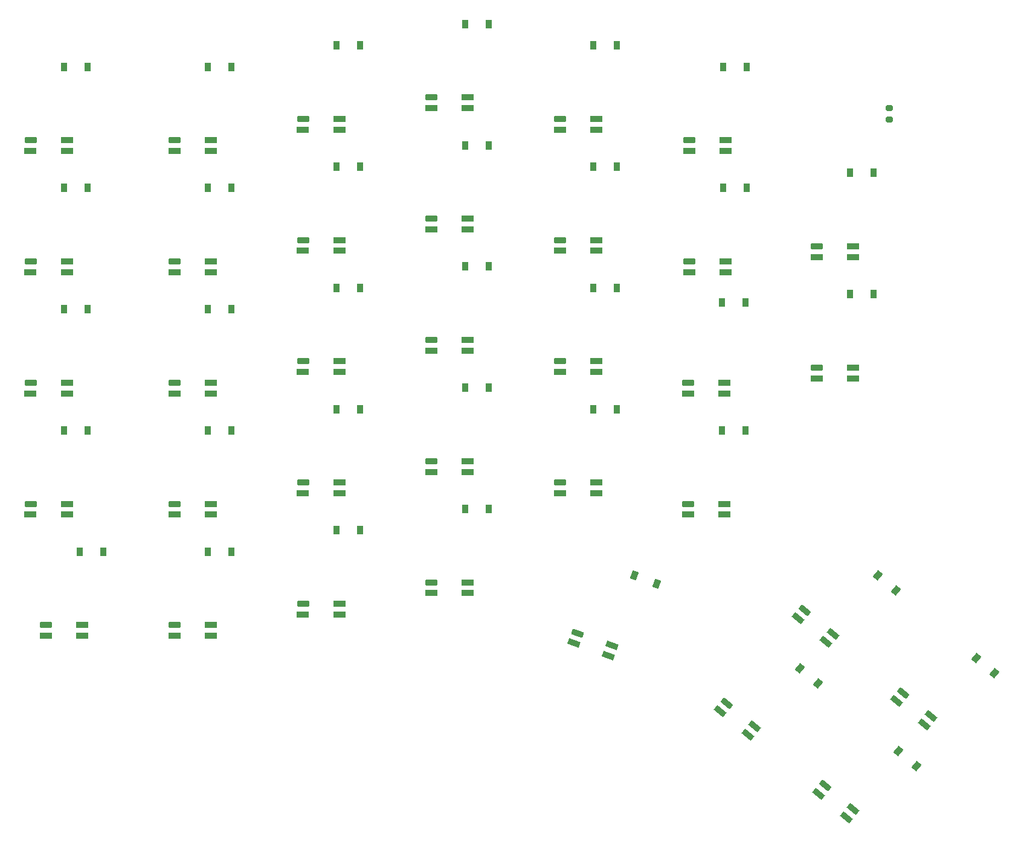
<source format=gtp>
G04 #@! TF.GenerationSoftware,KiCad,Pcbnew,(6.0.5)*
G04 #@! TF.CreationDate,2022-06-20T01:21:13+02:00*
G04 #@! TF.ProjectId,LPKeyboard,4c504b65-7962-46f6-9172-642e6b696361,rev?*
G04 #@! TF.SameCoordinates,Original*
G04 #@! TF.FileFunction,Paste,Top*
G04 #@! TF.FilePolarity,Positive*
%FSLAX46Y46*%
G04 Gerber Fmt 4.6, Leading zero omitted, Abs format (unit mm)*
G04 Created by KiCad (PCBNEW (6.0.5)) date 2022-06-20 01:21:13*
%MOMM*%
%LPD*%
G01*
G04 APERTURE LIST*
G04 Aperture macros list*
%AMRoundRect*
0 Rectangle with rounded corners*
0 $1 Rounding radius*
0 $2 $3 $4 $5 $6 $7 $8 $9 X,Y pos of 4 corners*
0 Add a 4 corners polygon primitive as box body*
4,1,4,$2,$3,$4,$5,$6,$7,$8,$9,$2,$3,0*
0 Add four circle primitives for the rounded corners*
1,1,$1+$1,$2,$3*
1,1,$1+$1,$4,$5*
1,1,$1+$1,$6,$7*
1,1,$1+$1,$8,$9*
0 Add four rect primitives between the rounded corners*
20,1,$1+$1,$2,$3,$4,$5,0*
20,1,$1+$1,$4,$5,$6,$7,0*
20,1,$1+$1,$6,$7,$8,$9,0*
20,1,$1+$1,$8,$9,$2,$3,0*%
%AMRotRect*
0 Rectangle, with rotation*
0 The origin of the aperture is its center*
0 $1 length*
0 $2 width*
0 $3 Rotation angle, in degrees counterclockwise*
0 Add horizontal line*
21,1,$1,$2,0,0,$3*%
G04 Aperture macros list end*
%ADD10R,1.700000X0.820000*%
%ADD11RoundRect,0.205000X-0.645000X-0.205000X0.645000X-0.205000X0.645000X0.205000X-0.645000X0.205000X0*%
%ADD12R,0.900000X1.200000*%
%ADD13RotRect,0.900000X1.200000X140.000000*%
%ADD14RotRect,0.900000X1.200000X160.000000*%
%ADD15RotRect,1.700000X0.820000X320.000000*%
%ADD16RoundRect,0.205000X-0.625870X0.257559X0.362327X-0.571637X0.625870X-0.257559X-0.362327X0.571637X0*%
%ADD17RotRect,1.700000X0.820000X340.000000*%
%ADD18RoundRect,0.205000X-0.676216X0.027966X0.535988X-0.413240X0.676216X-0.027966X-0.535988X0.413240X0*%
%ADD19RoundRect,0.200000X0.275000X-0.200000X0.275000X0.200000X-0.275000X0.200000X-0.275000X-0.200000X0*%
G04 APERTURE END LIST*
D10*
X49960000Y-64529800D03*
D11*
X44870000Y-64529800D03*
D10*
X44860000Y-66029800D03*
X49960000Y-66029800D03*
X142147500Y-98527400D03*
D11*
X137057500Y-98527400D03*
D10*
X137047500Y-100027400D03*
X142147500Y-100027400D03*
X124147500Y-95529800D03*
D11*
X119057500Y-95529800D03*
D10*
X119047500Y-97029800D03*
X124147500Y-97029800D03*
D12*
X91049127Y-68231064D03*
X87749127Y-68231064D03*
D10*
X88147500Y-61529800D03*
D11*
X83057500Y-61529800D03*
D10*
X83047500Y-63029800D03*
X88147500Y-63029800D03*
D13*
X169020276Y-152295887D03*
X166492330Y-150174687D03*
D14*
X132601361Y-126716500D03*
X129500375Y-125587834D03*
D10*
X49960000Y-98529800D03*
D11*
X44870000Y-98529800D03*
D10*
X44860000Y-100029800D03*
X49960000Y-100029800D03*
D12*
X52861627Y-105231064D03*
X49561627Y-105231064D03*
D10*
X160147500Y-79404800D03*
D11*
X155057500Y-79404800D03*
D10*
X155047500Y-80904800D03*
X160147500Y-80904800D03*
D12*
X52861627Y-71231064D03*
X49561627Y-71231064D03*
D13*
X155231477Y-140725711D03*
X152703531Y-138604511D03*
D10*
X142147500Y-115529800D03*
D11*
X137057500Y-115529800D03*
D10*
X137047500Y-117029800D03*
X142147500Y-117029800D03*
D12*
X91049127Y-102231064D03*
X87749127Y-102231064D03*
X73049127Y-105231064D03*
X69749127Y-105231064D03*
X55049127Y-122231064D03*
X51749127Y-122231064D03*
X91049127Y-51231064D03*
X87749127Y-51231064D03*
D10*
X88147500Y-78529800D03*
D11*
X83057500Y-78529800D03*
D10*
X83047500Y-80029800D03*
X88147500Y-80029800D03*
X70147500Y-115529800D03*
D11*
X65057500Y-115529800D03*
D10*
X65047500Y-117029800D03*
X70147500Y-117029800D03*
X70147500Y-64529800D03*
D11*
X65057500Y-64529800D03*
D10*
X65047500Y-66029800D03*
X70147500Y-66029800D03*
X106147500Y-92529800D03*
D11*
X101057500Y-92529800D03*
D10*
X101047500Y-94029800D03*
X106147500Y-94029800D03*
D15*
X157307439Y-133717832D03*
D16*
X153408273Y-130446043D03*
D15*
X152436431Y-131588682D03*
X156343258Y-134866899D03*
D12*
X73049127Y-88231064D03*
X69749127Y-88231064D03*
X145199127Y-54231064D03*
X141899127Y-54231064D03*
X109049127Y-116231064D03*
X105749127Y-116231064D03*
X109049127Y-99231064D03*
X105749127Y-99231064D03*
X73049127Y-122231064D03*
X69749127Y-122231064D03*
X163049127Y-69106064D03*
X159749127Y-69106064D03*
X127049127Y-102231064D03*
X123749127Y-102231064D03*
D10*
X124147500Y-112529800D03*
D11*
X119057500Y-112529800D03*
D10*
X119047500Y-114029800D03*
X124147500Y-114029800D03*
X88147500Y-112529800D03*
D11*
X83057500Y-112529800D03*
D10*
X83047500Y-114029800D03*
X88147500Y-114029800D03*
X106147500Y-126529800D03*
D11*
X101057500Y-126529800D03*
D10*
X101047500Y-128029800D03*
X106147500Y-128029800D03*
X106147500Y-109529800D03*
D11*
X101057500Y-109529800D03*
D10*
X101047500Y-111029800D03*
X106147500Y-111029800D03*
X52147500Y-132529800D03*
D11*
X47057500Y-132529800D03*
D10*
X47047500Y-134029800D03*
X52147500Y-134029800D03*
X49960000Y-81529800D03*
D11*
X44870000Y-81529800D03*
D10*
X44860000Y-83029800D03*
X49960000Y-83029800D03*
D12*
X52861627Y-88231064D03*
X49561627Y-88231064D03*
D15*
X146380050Y-146740589D03*
D16*
X142480884Y-143468800D03*
D15*
X141509042Y-144611439D03*
X145415869Y-147889656D03*
D10*
X70147500Y-81529800D03*
D11*
X65057500Y-81529800D03*
D10*
X65047500Y-83029800D03*
X70147500Y-83029800D03*
D12*
X73049127Y-54231064D03*
X69749127Y-54231064D03*
X73049127Y-71231064D03*
X69749127Y-71231064D03*
X127049127Y-68231064D03*
X123749127Y-68231064D03*
D15*
X160168849Y-158310766D03*
D16*
X156269683Y-155038977D03*
D15*
X155297841Y-156181616D03*
X159204668Y-159459833D03*
D13*
X166158866Y-127702955D03*
X163630920Y-125581755D03*
D10*
X88147500Y-129529800D03*
D11*
X83057500Y-129529800D03*
D10*
X83047500Y-131029800D03*
X88147500Y-131029800D03*
D12*
X52861627Y-54231064D03*
X49561627Y-54231064D03*
D10*
X160147500Y-96404800D03*
D11*
X155057500Y-96404800D03*
D10*
X155047500Y-97904800D03*
X160147500Y-97904800D03*
D12*
X109049127Y-65231064D03*
X105749127Y-65231064D03*
D10*
X142297500Y-81529800D03*
D11*
X137207500Y-81529800D03*
D10*
X137197500Y-83029800D03*
X142297500Y-83029800D03*
D15*
X171096240Y-145288010D03*
D16*
X167197074Y-142016221D03*
D15*
X166225232Y-143158860D03*
X170132059Y-146437077D03*
D12*
X145049127Y-105231064D03*
X141749127Y-105231064D03*
D17*
X126347153Y-135397863D03*
D18*
X121564118Y-133656980D03*
D17*
X121041691Y-135063099D03*
X125834123Y-136807402D03*
D12*
X145049127Y-87274064D03*
X141749127Y-87274064D03*
D10*
X70147500Y-98529800D03*
D11*
X65057500Y-98529800D03*
D10*
X65047500Y-100029800D03*
X70147500Y-100029800D03*
X49960000Y-115529800D03*
D11*
X44870000Y-115529800D03*
D10*
X44860000Y-117029800D03*
X49960000Y-117029800D03*
D12*
X91049127Y-85231064D03*
X87749127Y-85231064D03*
D10*
X124147500Y-78529800D03*
D11*
X119057500Y-78529800D03*
D10*
X119047500Y-80029800D03*
X124147500Y-80029800D03*
X124147500Y-61529800D03*
D11*
X119057500Y-61529800D03*
D10*
X119047500Y-63029800D03*
X124147500Y-63029800D03*
D12*
X145199127Y-71231064D03*
X141899127Y-71231064D03*
X91049127Y-119231064D03*
X87749127Y-119231064D03*
D10*
X70147500Y-132529800D03*
D11*
X65057500Y-132529800D03*
D10*
X65047500Y-134029800D03*
X70147500Y-134029800D03*
D12*
X127049127Y-51231064D03*
X123749127Y-51231064D03*
X127049127Y-85231064D03*
X123749127Y-85231064D03*
D10*
X106147500Y-58529800D03*
D11*
X101057500Y-58529800D03*
D10*
X101047500Y-60029800D03*
X106147500Y-60029800D03*
D12*
X163049127Y-86106064D03*
X159749127Y-86106064D03*
X109049127Y-48231064D03*
X105749127Y-48231064D03*
D10*
X142297500Y-64529800D03*
D11*
X137207500Y-64529800D03*
D10*
X137197500Y-66029800D03*
X142297500Y-66029800D03*
X88147500Y-95529800D03*
D11*
X83057500Y-95529800D03*
D10*
X83047500Y-97029800D03*
X88147500Y-97029800D03*
D12*
X109049127Y-82231064D03*
X105749127Y-82231064D03*
D19*
X165252400Y-61632600D03*
X165252400Y-59982600D03*
D13*
X179947666Y-139273132D03*
X177419720Y-137151932D03*
D10*
X106147500Y-75529800D03*
D11*
X101057500Y-75529800D03*
D10*
X101047500Y-77029800D03*
X106147500Y-77029800D03*
M02*

</source>
